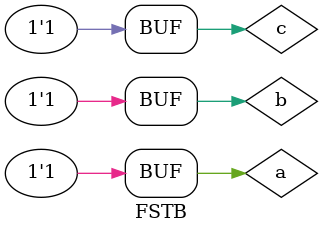
<source format=v>
`timescale 1ns / 1ps


module FSTB;

	// Inputs
	reg a;
	reg b;
	reg c;

	// Outputs
	wire diff;
	wire borrow;

	// Instantiate the Unit Under Test (UUT)
	FS uut (
		.a(a), 
		.b(b), 
		.c(c), 
		.diff(diff), 
		.borrow(borrow)
	);
initial begin
	    $monitor("simtime=%g,A=%b,B=%b,C=%b,diff=%b,borrow=%b",$time,a,b,c,diff,borrow);
		 end

	initial begin
		// Initialize Inputs
		a = 0;
		b = 0;
		c = 0;

		// Wait 100 ns for global reset to finish
		#100;a=0;b=0;c=1;
		#100;a=0;b=1;c=0;
		#100;a=0;b=1;c=1;
		#100;a=1;b=0;c=0;
		#100;a=1;b=0;c=1;
      #100;a=1;b=1;c=0;
		#100;a=1;b=1;c=1;
        
		// Add stimulus here

	end
      
endmodule


</source>
